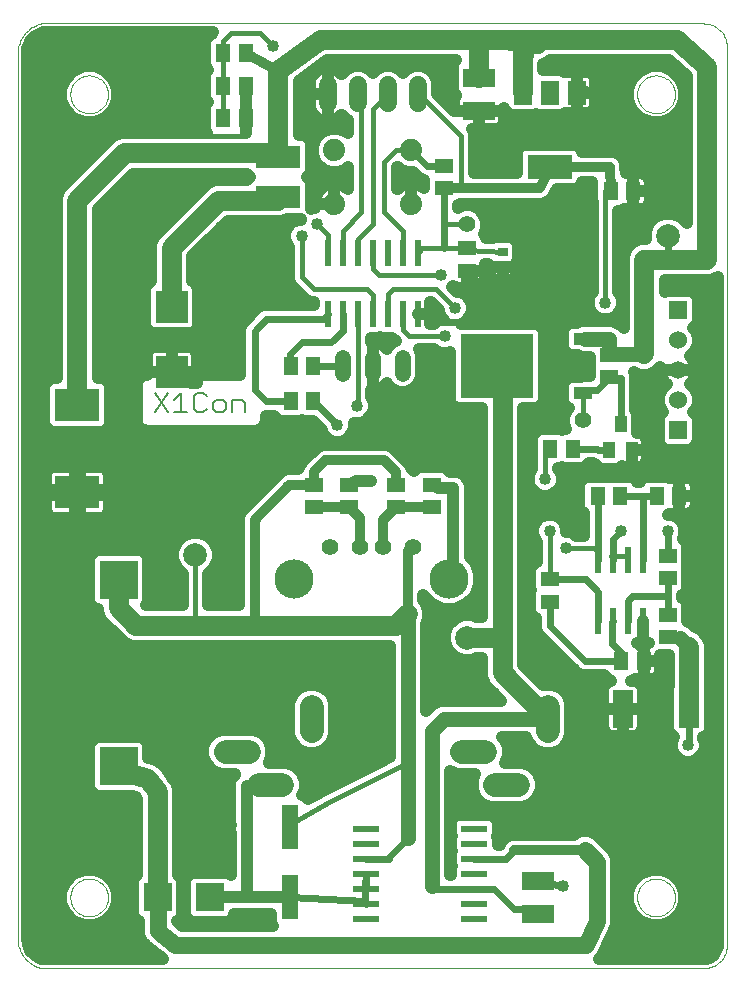
<source format=gtl>
G75*
G70*
%OFA0B0*%
%FSLAX24Y24*%
%IPPOS*%
%LPD*%
%AMOC8*
5,1,8,0,0,1.08239X$1,22.5*
%
%ADD10C,0.0000*%
%ADD11C,0.0060*%
%ADD12C,0.0787*%
%ADD13C,0.1306*%
%ADD14C,0.0554*%
%ADD15C,0.0520*%
%ADD16R,0.0600X0.0600*%
%ADD17C,0.0600*%
%ADD18R,0.1063X0.1063*%
%ADD19R,0.0591X0.0512*%
%ADD20R,0.0512X0.0591*%
%ADD21C,0.0740*%
%ADD22R,0.1500X0.0760*%
%ADD23R,0.0236X0.0866*%
%ADD24R,0.0866X0.0236*%
%ADD25R,0.1063X0.0630*%
%ADD26R,0.0551X0.1496*%
%ADD27R,0.1260X0.1260*%
%ADD28R,0.2441X0.2126*%
%ADD29R,0.0630X0.0394*%
%ADD30R,0.0394X0.0551*%
%ADD31R,0.0709X0.1260*%
%ADD32C,0.0600*%
%ADD33R,0.0591X0.0787*%
%ADD34R,0.1496X0.0787*%
%ADD35R,0.1496X0.1102*%
%ADD36R,0.0945X0.0945*%
%ADD37R,0.0354X0.0276*%
%ADD38C,0.0787*%
%ADD39C,0.0551*%
%ADD40C,0.0160*%
%ADD41C,0.0240*%
%ADD42C,0.0320*%
%ADD43C,0.0150*%
%ADD44C,0.0400*%
%ADD45C,0.0400*%
%ADD46C,0.0500*%
%ADD47C,0.0660*%
%ADD48C,0.0560*%
D10*
X015719Y008027D02*
X015719Y037160D01*
X015718Y037160D02*
X015708Y037220D01*
X015702Y037280D01*
X015699Y037341D01*
X015700Y037401D01*
X015704Y037462D01*
X015713Y037522D01*
X015724Y037581D01*
X015740Y037640D01*
X015759Y037698D01*
X015781Y037754D01*
X015807Y037809D01*
X015836Y037862D01*
X015868Y037914D01*
X015903Y037963D01*
X015941Y038011D01*
X015982Y038055D01*
X016025Y038098D01*
X016071Y038137D01*
X016119Y038174D01*
X016170Y038208D01*
X016222Y038238D01*
X016276Y038266D01*
X016332Y038290D01*
X016389Y038311D01*
X016447Y038328D01*
X016506Y038342D01*
X038553Y038342D01*
X038553Y038341D02*
X038607Y038339D01*
X038660Y038334D01*
X038713Y038325D01*
X038765Y038312D01*
X038817Y038296D01*
X038867Y038276D01*
X038915Y038253D01*
X038962Y038226D01*
X039007Y038197D01*
X039050Y038164D01*
X039090Y038129D01*
X039128Y038091D01*
X039163Y038051D01*
X039196Y038008D01*
X039225Y037963D01*
X039252Y037916D01*
X039275Y037868D01*
X039295Y037818D01*
X039311Y037766D01*
X039324Y037714D01*
X039333Y037661D01*
X039338Y037608D01*
X039340Y037554D01*
X039341Y037554D02*
X039341Y007633D01*
X039340Y007633D02*
X039338Y007579D01*
X039333Y007526D01*
X039324Y007473D01*
X039311Y007421D01*
X039295Y007369D01*
X039275Y007319D01*
X039252Y007271D01*
X039225Y007224D01*
X039196Y007179D01*
X039163Y007136D01*
X039128Y007096D01*
X039090Y007058D01*
X039050Y007023D01*
X039007Y006990D01*
X038962Y006961D01*
X038915Y006934D01*
X038867Y006911D01*
X038817Y006891D01*
X038765Y006875D01*
X038713Y006862D01*
X038660Y006853D01*
X038607Y006848D01*
X038553Y006846D01*
X016506Y006846D01*
X016506Y006845D02*
X016447Y006859D01*
X016389Y006876D01*
X016332Y006897D01*
X016276Y006921D01*
X016222Y006949D01*
X016170Y006979D01*
X016119Y007013D01*
X016071Y007050D01*
X016025Y007089D01*
X015982Y007132D01*
X015941Y007176D01*
X015903Y007224D01*
X015868Y007273D01*
X015836Y007325D01*
X015807Y007378D01*
X015781Y007433D01*
X015759Y007489D01*
X015740Y007547D01*
X015724Y007606D01*
X015713Y007665D01*
X015704Y007725D01*
X015700Y007786D01*
X015699Y007846D01*
X015702Y007907D01*
X015708Y007967D01*
X015718Y008027D01*
X017451Y009208D02*
X017453Y009258D01*
X017459Y009308D01*
X017469Y009357D01*
X017483Y009405D01*
X017500Y009452D01*
X017521Y009497D01*
X017546Y009541D01*
X017574Y009582D01*
X017606Y009621D01*
X017640Y009658D01*
X017677Y009692D01*
X017717Y009722D01*
X017759Y009749D01*
X017803Y009773D01*
X017849Y009794D01*
X017896Y009810D01*
X017944Y009823D01*
X017994Y009832D01*
X018043Y009837D01*
X018094Y009838D01*
X018144Y009835D01*
X018193Y009828D01*
X018242Y009817D01*
X018290Y009802D01*
X018336Y009784D01*
X018381Y009762D01*
X018424Y009736D01*
X018465Y009707D01*
X018504Y009675D01*
X018540Y009640D01*
X018572Y009602D01*
X018602Y009562D01*
X018629Y009519D01*
X018652Y009475D01*
X018671Y009429D01*
X018687Y009381D01*
X018699Y009332D01*
X018707Y009283D01*
X018711Y009233D01*
X018711Y009183D01*
X018707Y009133D01*
X018699Y009084D01*
X018687Y009035D01*
X018671Y008987D01*
X018652Y008941D01*
X018629Y008897D01*
X018602Y008854D01*
X018572Y008814D01*
X018540Y008776D01*
X018504Y008741D01*
X018465Y008709D01*
X018424Y008680D01*
X018381Y008654D01*
X018336Y008632D01*
X018290Y008614D01*
X018242Y008599D01*
X018193Y008588D01*
X018144Y008581D01*
X018094Y008578D01*
X018043Y008579D01*
X017994Y008584D01*
X017944Y008593D01*
X017896Y008606D01*
X017849Y008622D01*
X017803Y008643D01*
X017759Y008667D01*
X017717Y008694D01*
X017677Y008724D01*
X017640Y008758D01*
X017606Y008795D01*
X017574Y008834D01*
X017546Y008875D01*
X017521Y008919D01*
X017500Y008964D01*
X017483Y009011D01*
X017469Y009059D01*
X017459Y009108D01*
X017453Y009158D01*
X017451Y009208D01*
X036349Y009208D02*
X036351Y009258D01*
X036357Y009308D01*
X036367Y009357D01*
X036381Y009405D01*
X036398Y009452D01*
X036419Y009497D01*
X036444Y009541D01*
X036472Y009582D01*
X036504Y009621D01*
X036538Y009658D01*
X036575Y009692D01*
X036615Y009722D01*
X036657Y009749D01*
X036701Y009773D01*
X036747Y009794D01*
X036794Y009810D01*
X036842Y009823D01*
X036892Y009832D01*
X036941Y009837D01*
X036992Y009838D01*
X037042Y009835D01*
X037091Y009828D01*
X037140Y009817D01*
X037188Y009802D01*
X037234Y009784D01*
X037279Y009762D01*
X037322Y009736D01*
X037363Y009707D01*
X037402Y009675D01*
X037438Y009640D01*
X037470Y009602D01*
X037500Y009562D01*
X037527Y009519D01*
X037550Y009475D01*
X037569Y009429D01*
X037585Y009381D01*
X037597Y009332D01*
X037605Y009283D01*
X037609Y009233D01*
X037609Y009183D01*
X037605Y009133D01*
X037597Y009084D01*
X037585Y009035D01*
X037569Y008987D01*
X037550Y008941D01*
X037527Y008897D01*
X037500Y008854D01*
X037470Y008814D01*
X037438Y008776D01*
X037402Y008741D01*
X037363Y008709D01*
X037322Y008680D01*
X037279Y008654D01*
X037234Y008632D01*
X037188Y008614D01*
X037140Y008599D01*
X037091Y008588D01*
X037042Y008581D01*
X036992Y008578D01*
X036941Y008579D01*
X036892Y008584D01*
X036842Y008593D01*
X036794Y008606D01*
X036747Y008622D01*
X036701Y008643D01*
X036657Y008667D01*
X036615Y008694D01*
X036575Y008724D01*
X036538Y008758D01*
X036504Y008795D01*
X036472Y008834D01*
X036444Y008875D01*
X036419Y008919D01*
X036398Y008964D01*
X036381Y009011D01*
X036367Y009059D01*
X036357Y009108D01*
X036351Y009158D01*
X036349Y009208D01*
X036349Y035979D02*
X036351Y036029D01*
X036357Y036079D01*
X036367Y036128D01*
X036381Y036176D01*
X036398Y036223D01*
X036419Y036268D01*
X036444Y036312D01*
X036472Y036353D01*
X036504Y036392D01*
X036538Y036429D01*
X036575Y036463D01*
X036615Y036493D01*
X036657Y036520D01*
X036701Y036544D01*
X036747Y036565D01*
X036794Y036581D01*
X036842Y036594D01*
X036892Y036603D01*
X036941Y036608D01*
X036992Y036609D01*
X037042Y036606D01*
X037091Y036599D01*
X037140Y036588D01*
X037188Y036573D01*
X037234Y036555D01*
X037279Y036533D01*
X037322Y036507D01*
X037363Y036478D01*
X037402Y036446D01*
X037438Y036411D01*
X037470Y036373D01*
X037500Y036333D01*
X037527Y036290D01*
X037550Y036246D01*
X037569Y036200D01*
X037585Y036152D01*
X037597Y036103D01*
X037605Y036054D01*
X037609Y036004D01*
X037609Y035954D01*
X037605Y035904D01*
X037597Y035855D01*
X037585Y035806D01*
X037569Y035758D01*
X037550Y035712D01*
X037527Y035668D01*
X037500Y035625D01*
X037470Y035585D01*
X037438Y035547D01*
X037402Y035512D01*
X037363Y035480D01*
X037322Y035451D01*
X037279Y035425D01*
X037234Y035403D01*
X037188Y035385D01*
X037140Y035370D01*
X037091Y035359D01*
X037042Y035352D01*
X036992Y035349D01*
X036941Y035350D01*
X036892Y035355D01*
X036842Y035364D01*
X036794Y035377D01*
X036747Y035393D01*
X036701Y035414D01*
X036657Y035438D01*
X036615Y035465D01*
X036575Y035495D01*
X036538Y035529D01*
X036504Y035566D01*
X036472Y035605D01*
X036444Y035646D01*
X036419Y035690D01*
X036398Y035735D01*
X036381Y035782D01*
X036367Y035830D01*
X036357Y035879D01*
X036351Y035929D01*
X036349Y035979D01*
X017451Y035979D02*
X017453Y036029D01*
X017459Y036079D01*
X017469Y036128D01*
X017483Y036176D01*
X017500Y036223D01*
X017521Y036268D01*
X017546Y036312D01*
X017574Y036353D01*
X017606Y036392D01*
X017640Y036429D01*
X017677Y036463D01*
X017717Y036493D01*
X017759Y036520D01*
X017803Y036544D01*
X017849Y036565D01*
X017896Y036581D01*
X017944Y036594D01*
X017994Y036603D01*
X018043Y036608D01*
X018094Y036609D01*
X018144Y036606D01*
X018193Y036599D01*
X018242Y036588D01*
X018290Y036573D01*
X018336Y036555D01*
X018381Y036533D01*
X018424Y036507D01*
X018465Y036478D01*
X018504Y036446D01*
X018540Y036411D01*
X018572Y036373D01*
X018602Y036333D01*
X018629Y036290D01*
X018652Y036246D01*
X018671Y036200D01*
X018687Y036152D01*
X018699Y036103D01*
X018707Y036054D01*
X018711Y036004D01*
X018711Y035954D01*
X018707Y035904D01*
X018699Y035855D01*
X018687Y035806D01*
X018671Y035758D01*
X018652Y035712D01*
X018629Y035668D01*
X018602Y035625D01*
X018572Y035585D01*
X018540Y035547D01*
X018504Y035512D01*
X018465Y035480D01*
X018424Y035451D01*
X018381Y035425D01*
X018336Y035403D01*
X018290Y035385D01*
X018242Y035370D01*
X018193Y035359D01*
X018144Y035352D01*
X018094Y035349D01*
X018043Y035350D01*
X017994Y035355D01*
X017944Y035364D01*
X017896Y035377D01*
X017849Y035393D01*
X017803Y035414D01*
X017759Y035438D01*
X017717Y035465D01*
X017677Y035495D01*
X017640Y035529D01*
X017606Y035566D01*
X017574Y035605D01*
X017546Y035646D01*
X017521Y035690D01*
X017500Y035735D01*
X017483Y035782D01*
X017469Y035830D01*
X017459Y035879D01*
X017453Y035929D01*
X017451Y035979D01*
D11*
X020276Y026020D02*
X020703Y025379D01*
X020921Y025379D02*
X021348Y025379D01*
X021134Y025379D02*
X021134Y026020D01*
X020921Y025807D01*
X020703Y026020D02*
X020276Y025379D01*
X021565Y025486D02*
X021672Y025379D01*
X021886Y025379D01*
X021992Y025486D01*
X022210Y025486D02*
X022317Y025379D01*
X022530Y025379D01*
X022637Y025486D01*
X022637Y025700D01*
X022530Y025807D01*
X022317Y025807D01*
X022210Y025700D01*
X022210Y025486D01*
X021992Y025913D02*
X021886Y026020D01*
X021672Y026020D01*
X021565Y025913D01*
X021565Y025486D01*
X022855Y025379D02*
X022855Y025807D01*
X023175Y025807D01*
X023282Y025700D01*
X023282Y025379D01*
D12*
X025500Y015558D02*
X025500Y014771D01*
X024516Y012960D02*
X023729Y012960D01*
X023414Y014062D02*
X022626Y014062D01*
X030500Y014062D02*
X031288Y014062D01*
X031603Y012960D02*
X032390Y012960D01*
X033374Y014771D02*
X033374Y015558D01*
D13*
X030077Y019834D03*
X024904Y019834D03*
D14*
X026112Y020901D03*
X027097Y020901D03*
X027884Y020901D03*
X028868Y020901D03*
D15*
X028530Y026664D02*
X028530Y027184D01*
X027530Y027184D02*
X027530Y026664D01*
X026530Y026664D02*
X026530Y027184D01*
D16*
X037715Y028790D03*
X037715Y024790D03*
D17*
X037715Y025790D03*
X037715Y026790D03*
X037715Y027790D03*
D18*
X020837Y026727D03*
X020837Y028893D03*
D19*
X025561Y022968D03*
X025561Y022220D03*
X026742Y022220D03*
X026742Y022968D03*
X028317Y022968D03*
X028317Y022220D03*
X029498Y022220D03*
X029498Y022968D03*
X033435Y019818D03*
X033435Y019070D03*
X037372Y018637D03*
X037372Y017889D03*
X037372Y019857D03*
X037372Y020605D03*
X035404Y026550D03*
X035404Y027298D03*
X030679Y030094D03*
X030679Y030842D03*
X029892Y032849D03*
X029892Y033598D03*
D20*
X035463Y032751D03*
X036211Y032751D03*
X034203Y024168D03*
X033455Y024168D03*
X035030Y022594D03*
X035778Y022594D03*
X036998Y022594D03*
X037746Y022594D03*
X036565Y017082D03*
X035817Y017082D03*
X025542Y025743D03*
X024794Y025743D03*
X024794Y026924D03*
X025542Y026924D03*
X023298Y035192D03*
X022549Y035192D03*
X022549Y036255D03*
X023298Y036255D03*
X023298Y037357D03*
X022549Y037357D03*
D21*
X026250Y034113D03*
X026250Y032333D03*
X028810Y032333D03*
X028810Y034113D03*
D22*
X024380Y033893D03*
X024380Y032554D03*
D23*
X026030Y030704D03*
X026530Y030704D03*
X027030Y030704D03*
X027530Y030704D03*
X028030Y030704D03*
X028530Y030704D03*
X029030Y030704D03*
X029030Y028657D03*
X028530Y028657D03*
X028030Y028657D03*
X027530Y028657D03*
X027030Y028657D03*
X026530Y028657D03*
X026030Y028657D03*
X035048Y020468D03*
X035548Y020468D03*
X036048Y020468D03*
X036548Y020468D03*
X036548Y018420D03*
X036048Y018420D03*
X035548Y018420D03*
X035048Y018420D03*
D24*
X030916Y011495D03*
X030916Y010995D03*
X030916Y010495D03*
X030916Y009995D03*
X030916Y009495D03*
X030916Y008995D03*
X030916Y008495D03*
X027294Y008495D03*
X027294Y008995D03*
X027294Y009495D03*
X027294Y009995D03*
X027294Y010495D03*
X027294Y010995D03*
X027294Y011495D03*
D25*
X033042Y009759D03*
X033042Y008657D03*
X031073Y035428D03*
X031073Y036531D03*
D26*
X024774Y011570D03*
X024774Y009208D03*
D27*
X019065Y013578D03*
X019065Y019798D03*
D28*
X031664Y026924D03*
D29*
X034538Y026027D03*
X034538Y027822D03*
D30*
X035798Y024995D03*
X036172Y024129D03*
X035423Y024129D03*
D31*
X035876Y015507D03*
X038081Y015507D03*
D32*
X029030Y035679D02*
X029030Y036279D01*
X028030Y036279D02*
X028030Y035679D01*
X027030Y035679D02*
X027030Y036279D01*
X026030Y036279D02*
X026030Y035679D01*
D33*
X032530Y036038D03*
X033435Y036038D03*
X034341Y036038D03*
D34*
X033435Y033558D03*
D35*
X017687Y025625D03*
X017687Y022712D03*
D36*
X020364Y009208D03*
X022097Y009208D03*
D37*
X031860Y030212D03*
X031860Y030723D03*
D38*
X037372Y031255D03*
X030679Y017869D03*
X021624Y020625D03*
D39*
X030679Y031649D03*
X034538Y025113D03*
D40*
X034538Y026027D01*
X033455Y024168D02*
X033278Y023991D01*
X033278Y023145D01*
X033435Y021412D02*
X033435Y019818D01*
X027018Y025586D02*
X027030Y025991D01*
X027030Y028657D01*
X027530Y028657D02*
X027530Y029286D01*
X027333Y029483D01*
X025561Y029483D01*
X025168Y029877D01*
X025168Y031255D01*
X025679Y031649D02*
X026030Y031298D01*
X026030Y030704D01*
X026530Y030704D02*
X026530Y031436D01*
X027136Y032042D01*
X027136Y035873D01*
X027030Y035979D01*
X027530Y035479D02*
X028030Y035979D01*
X027530Y035479D02*
X027530Y031649D01*
X027030Y031149D01*
X027030Y030704D01*
X027530Y030704D02*
X027530Y030153D01*
X027727Y029956D01*
X029813Y029956D01*
X029656Y029483D02*
X030286Y028853D01*
X029656Y029483D02*
X028199Y029483D01*
X028030Y029314D01*
X028030Y028657D01*
X028530Y028657D02*
X028530Y028129D01*
X028750Y027909D01*
X029931Y027909D01*
X029030Y030704D02*
X029187Y030861D01*
X029892Y030861D01*
X030679Y030861D01*
X030679Y030842D01*
X030719Y030802D01*
X031860Y030723D01*
X030679Y031649D02*
X029892Y031649D01*
X028530Y031436D02*
X028530Y030704D01*
X028530Y031436D02*
X027923Y032042D01*
X027923Y033720D01*
X028317Y034113D01*
X028810Y034113D01*
X024223Y037594D02*
X023790Y038027D01*
X022805Y038027D01*
X022549Y037771D01*
X022549Y037357D01*
X022549Y036255D01*
X022549Y035192D01*
X023160Y034601D02*
X020443Y034601D01*
X019971Y035074D01*
X023160Y034601D02*
X023298Y034739D01*
X023298Y036255D01*
X021624Y020625D02*
X021624Y018263D01*
D41*
X026349Y024956D02*
X025561Y025743D01*
X025542Y025743D01*
X024794Y025743D02*
X023986Y025743D01*
X023593Y026137D01*
X023593Y028105D01*
X023986Y028499D01*
X025872Y028499D01*
X026030Y028657D01*
X026530Y028657D02*
X026530Y028090D01*
X026152Y027712D01*
X025168Y027712D01*
X024774Y027318D01*
X024774Y026944D01*
X024794Y026924D01*
X025542Y026924D02*
X026530Y026924D01*
X029030Y028657D02*
X029735Y028657D01*
X029892Y028499D01*
X029892Y028460D01*
X029971Y028381D01*
X031309Y028381D01*
X031309Y029464D01*
X030679Y030094D01*
X029892Y030861D02*
X029892Y031649D01*
X029892Y032849D01*
X029892Y033598D02*
X029326Y033598D01*
X028810Y034113D01*
X032648Y031649D02*
X033042Y031649D01*
X034538Y027822D02*
X034609Y027830D01*
X035404Y027357D02*
X035404Y027298D01*
X035423Y027318D01*
X035404Y026550D02*
X035404Y026531D01*
X035798Y026531D01*
X035798Y024995D01*
X035423Y024129D02*
X035049Y024129D01*
X035010Y024168D01*
X034203Y024168D01*
X035030Y022594D02*
X035030Y020485D01*
X035048Y020468D01*
X035548Y020468D02*
X035548Y021162D01*
X035798Y021412D01*
X036548Y020468D02*
X036548Y022556D01*
X036585Y022594D01*
X035778Y022594D01*
X036585Y022594D02*
X036998Y022594D01*
X037372Y021412D02*
X037372Y020605D01*
X037372Y019857D02*
X037372Y019247D01*
X036191Y019247D01*
X036048Y019103D01*
X036048Y018420D01*
X035548Y018420D02*
X035522Y018395D01*
X035522Y017672D01*
X035817Y017377D01*
X035817Y017082D01*
X034616Y017082D01*
X033435Y018263D01*
X033435Y019070D01*
X033435Y019818D02*
X034636Y019818D01*
X035048Y019407D01*
X035048Y018420D01*
X037372Y018637D02*
X037372Y019247D01*
X037372Y017889D02*
X037392Y017869D01*
X037766Y017869D01*
X038081Y015507D02*
X038081Y014326D01*
X038042Y014286D01*
X033868Y009601D02*
X033849Y009582D01*
X033042Y009759D01*
X033022Y008814D02*
X032254Y008814D01*
X031573Y009495D01*
X030916Y009495D01*
X030392Y009495D01*
X029498Y009495D01*
X029498Y009601D01*
X030916Y010495D02*
X031967Y010495D01*
X032254Y010783D01*
X033022Y008814D02*
X033042Y008657D01*
X028711Y011176D02*
X028081Y010546D01*
X028081Y010507D01*
X028069Y010495D01*
X027294Y010495D01*
X027294Y009995D02*
X027294Y009546D01*
X027266Y009747D01*
X027270Y009326D01*
X027290Y009074D01*
X024774Y009208D01*
X027290Y009074D02*
X027294Y008995D01*
X027294Y009495D02*
X027266Y009747D01*
X034538Y026027D02*
X034648Y026137D01*
X035010Y026137D01*
X035404Y026531D01*
X036467Y027318D02*
X036585Y027436D01*
X036585Y027318D02*
X036467Y027318D01*
X037372Y030468D02*
X037372Y031255D01*
D42*
X035463Y032751D02*
X035443Y033558D01*
X033435Y033558D01*
X033120Y032849D01*
X030469Y032849D01*
X029892Y032849D01*
X024380Y036767D02*
X023357Y037318D01*
X023298Y037357D01*
X025955Y023775D02*
X025561Y023381D01*
X025561Y022968D01*
X024754Y022968D01*
X023593Y021806D01*
X023593Y018263D01*
X027097Y020901D02*
X027097Y021865D01*
X026742Y022220D01*
X025561Y022220D01*
X025955Y023775D02*
X027923Y023775D01*
X028317Y023381D01*
X028317Y022968D01*
X028317Y022220D02*
X029498Y022220D01*
X028317Y022220D02*
X027884Y021786D01*
X027884Y020901D01*
X028711Y020743D02*
X028868Y020901D01*
X028711Y020743D02*
X028711Y018657D01*
X032254Y010783D02*
X034616Y010783D01*
D43*
X028711Y013596D02*
X028469Y013596D01*
X026075Y012383D01*
X024894Y011739D01*
X024825Y011670D01*
X024774Y011570D01*
X033969Y020846D02*
X034969Y020846D01*
X035048Y020468D01*
X035469Y020596D02*
X035548Y020468D01*
X035469Y020596D02*
X035969Y020596D01*
X036048Y020468D01*
X035288Y029038D02*
X035286Y030535D01*
X035286Y032279D01*
X035288Y032743D01*
X035463Y032751D01*
X030469Y032846D02*
X030469Y032849D01*
X030469Y034596D01*
X029219Y035846D01*
X029030Y035979D01*
D44*
X025679Y031649D03*
X025168Y031255D03*
X029813Y029956D03*
X030286Y028853D03*
X029931Y027909D03*
X027018Y025586D03*
X026349Y024956D03*
X027469Y023096D03*
X033278Y023145D03*
X033435Y021412D03*
X033969Y020846D03*
X035798Y021412D03*
X037372Y021412D03*
X038042Y014286D03*
X033868Y009601D03*
X035288Y029038D03*
X032648Y031649D03*
X024223Y037594D03*
D45*
X025060Y036419D02*
X026017Y037110D01*
X030312Y037110D01*
X030245Y037044D01*
X030192Y036915D01*
X030192Y036146D01*
X030245Y036017D01*
X030318Y035944D01*
X030309Y035934D01*
X030276Y035885D01*
X030253Y035831D01*
X030242Y035773D01*
X030242Y035428D01*
X030242Y035424D01*
X029680Y035986D01*
X029680Y036409D01*
X029581Y036648D01*
X029398Y036830D01*
X029159Y036929D01*
X028900Y036929D01*
X028662Y036830D01*
X028530Y036699D01*
X028398Y036830D01*
X028159Y036929D01*
X027900Y036929D01*
X027662Y036830D01*
X027530Y036699D01*
X027398Y036830D01*
X027159Y036929D01*
X026900Y036929D01*
X026662Y036830D01*
X026493Y036662D01*
X026487Y036670D01*
X026421Y036737D01*
X026344Y036793D01*
X026260Y036835D01*
X026170Y036865D01*
X026077Y036879D01*
X026030Y036879D01*
X026030Y035979D01*
X026030Y035079D01*
X026077Y035079D01*
X026170Y035094D01*
X026260Y035123D01*
X026344Y035166D01*
X026421Y035222D01*
X026487Y035289D01*
X026493Y035297D01*
X026662Y035128D01*
X026706Y035110D01*
X026706Y034675D01*
X026658Y034724D01*
X026393Y034833D01*
X026107Y034833D01*
X025842Y034724D01*
X025639Y034521D01*
X025530Y034257D01*
X025530Y033970D01*
X025639Y033706D01*
X025842Y033503D01*
X026107Y033393D01*
X026393Y033393D01*
X026658Y033503D01*
X026706Y033552D01*
X026706Y032825D01*
X026692Y032838D01*
X026623Y032892D01*
X026547Y032936D01*
X026466Y032969D01*
X026381Y032992D01*
X026294Y033003D01*
X026250Y033003D01*
X026250Y032334D01*
X026250Y032334D01*
X026250Y033003D01*
X026206Y033003D01*
X026119Y032992D01*
X026034Y032969D01*
X025953Y032936D01*
X025877Y032892D01*
X025807Y032838D01*
X025745Y032776D01*
X025692Y032707D01*
X025648Y032630D01*
X025614Y032549D01*
X025591Y032464D01*
X025580Y032377D01*
X025580Y032333D01*
X025580Y032290D01*
X025591Y032203D01*
X025592Y032199D01*
X025570Y032199D01*
X025480Y032161D01*
X025480Y033004D01*
X025427Y033132D01*
X025336Y033223D01*
X025427Y033315D01*
X025480Y033443D01*
X025480Y034342D01*
X025565Y034342D01*
X025480Y034342D02*
X025427Y034471D01*
X025328Y034569D01*
X025200Y034623D01*
X025060Y034623D01*
X025060Y036419D01*
X025060Y036335D02*
X025431Y036335D01*
X025430Y036327D02*
X025430Y035979D01*
X025430Y035632D01*
X025445Y035539D01*
X025474Y035449D01*
X025517Y035365D01*
X025572Y035289D01*
X025639Y035222D01*
X025715Y035166D01*
X025799Y035123D01*
X025889Y035094D01*
X025983Y035079D01*
X026030Y035079D01*
X026030Y035979D01*
X026030Y035979D01*
X025430Y035979D01*
X026030Y035979D01*
X026030Y035979D01*
X026030Y035979D01*
X026030Y036879D01*
X025983Y036879D01*
X025889Y036865D01*
X025799Y036835D01*
X025715Y036793D01*
X025639Y036737D01*
X025572Y036670D01*
X025517Y036594D01*
X025474Y036510D01*
X025445Y036420D01*
X025430Y036327D01*
X025430Y035936D02*
X025060Y035936D01*
X025060Y035538D02*
X025445Y035538D01*
X025769Y035139D02*
X025060Y035139D01*
X025060Y034741D02*
X025882Y034741D01*
X026030Y035139D02*
X026030Y035139D01*
X026291Y035139D02*
X026651Y035139D01*
X026617Y034741D02*
X026706Y034741D01*
X026030Y035538D02*
X026030Y035538D01*
X026030Y035936D02*
X026030Y035936D01*
X026030Y036335D02*
X026030Y036335D01*
X026030Y036733D02*
X026030Y036733D01*
X026425Y036733D02*
X026564Y036733D01*
X025635Y036733D02*
X025495Y036733D01*
X027495Y036733D02*
X027564Y036733D01*
X028495Y036733D02*
X028564Y036733D01*
X029495Y036733D02*
X030192Y036733D01*
X030192Y036335D02*
X029680Y036335D01*
X029729Y035936D02*
X030310Y035936D01*
X030242Y035538D02*
X030128Y035538D01*
X030242Y035428D02*
X031073Y035428D01*
X031073Y035428D01*
X031073Y034813D01*
X030839Y034813D01*
X030894Y034680D01*
X030894Y033359D01*
X032337Y033359D01*
X032337Y034021D01*
X032391Y034150D01*
X032489Y034249D01*
X032618Y034302D01*
X034253Y034302D01*
X034382Y034249D01*
X034480Y034150D01*
X034514Y034068D01*
X035437Y034068D01*
X035532Y034070D01*
X035538Y034068D01*
X035545Y034068D01*
X035633Y034032D01*
X035721Y033997D01*
X035726Y033993D01*
X035732Y033990D01*
X035799Y033923D01*
X035868Y033857D01*
X035871Y033852D01*
X035876Y033847D01*
X035912Y033759D01*
X035951Y033672D01*
X035951Y033666D01*
X035953Y033660D01*
X035953Y033564D01*
X035958Y033346D01*
X036211Y033346D01*
X036211Y032751D01*
X036211Y032751D01*
X036767Y032751D01*
X036767Y032426D01*
X036755Y032368D01*
X036733Y032314D01*
X036700Y032265D01*
X036658Y032223D01*
X036609Y032190D01*
X036554Y032167D01*
X036496Y032156D01*
X036211Y032156D01*
X036211Y032751D01*
X036211Y032751D01*
X036767Y032751D01*
X036767Y033076D01*
X036755Y033134D01*
X036733Y033188D01*
X036700Y033238D01*
X036658Y033279D01*
X036609Y033312D01*
X036554Y033335D01*
X036496Y033346D01*
X036211Y033346D01*
X036211Y032751D01*
X036211Y032751D01*
X036211Y032156D01*
X035925Y032156D01*
X035914Y032158D01*
X035788Y032106D01*
X035711Y032106D01*
X035711Y030535D01*
X035712Y029392D01*
X035754Y029350D01*
X035838Y029148D01*
X035838Y028929D01*
X035754Y028727D01*
X035599Y028572D01*
X035397Y028488D01*
X035178Y028488D01*
X034976Y028572D01*
X034821Y028727D01*
X034738Y028929D01*
X034738Y029148D01*
X034821Y029350D01*
X034862Y029391D01*
X034861Y030450D01*
X034861Y030450D01*
X034861Y030534D01*
X034861Y030618D01*
X034861Y030619D01*
X034861Y032195D01*
X034860Y032196D01*
X034861Y032280D01*
X034861Y032363D01*
X034861Y032364D01*
X034861Y032376D01*
X034857Y032386D01*
X034857Y033048D01*
X034514Y033048D01*
X034480Y032966D01*
X034382Y032868D01*
X034253Y032814D01*
X033663Y032814D01*
X033589Y032648D01*
X033553Y032561D01*
X033548Y032556D01*
X033545Y032550D01*
X033476Y032484D01*
X033409Y032417D01*
X033403Y032415D01*
X033398Y032410D01*
X033310Y032376D01*
X033222Y032339D01*
X033215Y032339D01*
X033209Y032337D01*
X033114Y032339D01*
X030428Y032339D01*
X030386Y032297D01*
X030362Y032287D01*
X030362Y032194D01*
X030555Y032274D01*
X030804Y032274D01*
X031034Y032179D01*
X031210Y032003D01*
X031305Y031773D01*
X031305Y031524D01*
X031228Y031339D01*
X031271Y031296D01*
X031314Y031192D01*
X031531Y031177D01*
X031614Y031211D01*
X032107Y031211D01*
X032236Y031158D01*
X032334Y031060D01*
X032388Y030931D01*
X032388Y030516D01*
X032335Y030390D01*
X032338Y030379D01*
X032338Y030212D01*
X031861Y030212D01*
X031861Y030212D01*
X032338Y030212D01*
X032338Y030044D01*
X032326Y029986D01*
X032304Y029932D01*
X032271Y029883D01*
X032229Y029841D01*
X032180Y029808D01*
X032125Y029785D01*
X032067Y029774D01*
X031861Y029774D01*
X031861Y030212D01*
X031860Y030212D01*
X031860Y030212D01*
X031383Y030212D01*
X031383Y030325D01*
X031275Y030333D01*
X031275Y030094D01*
X030679Y030094D01*
X030679Y030094D01*
X030679Y030094D01*
X030679Y029538D01*
X030355Y029538D01*
X030297Y029549D01*
X030242Y029572D01*
X030221Y029586D01*
X030191Y029556D01*
X030344Y029403D01*
X030395Y029403D01*
X030597Y029320D01*
X030752Y029165D01*
X030836Y028963D01*
X030836Y028744D01*
X030752Y028542D01*
X030597Y028387D01*
X030477Y028337D01*
X032954Y028337D01*
X033082Y028284D01*
X033181Y028186D01*
X033234Y028057D01*
X033234Y025792D01*
X033181Y025663D01*
X033082Y025565D01*
X032954Y025511D01*
X032540Y025511D01*
X032540Y018004D01*
X032540Y016960D01*
X033207Y016294D01*
X033226Y016302D01*
X033522Y016302D01*
X033796Y016189D01*
X034005Y015979D01*
X034118Y015706D01*
X034118Y014623D01*
X034005Y014349D01*
X033796Y014140D01*
X033522Y014027D01*
X033226Y014027D01*
X032953Y014140D01*
X032744Y014349D01*
X032655Y014564D01*
X031837Y014564D01*
X031918Y014483D01*
X032031Y014210D01*
X032031Y013914D01*
X031944Y013703D01*
X032538Y013703D01*
X032811Y013590D01*
X033021Y013381D01*
X033134Y013108D01*
X033134Y012812D01*
X033021Y012538D01*
X032811Y012329D01*
X032538Y012216D01*
X031455Y012216D01*
X031181Y012329D01*
X030972Y012538D01*
X030859Y012812D01*
X030859Y013108D01*
X030946Y013318D01*
X030352Y013318D01*
X030098Y013424D01*
X030098Y009965D01*
X030133Y009965D01*
X030133Y010183D01*
X030158Y010245D01*
X030133Y010307D01*
X030133Y010683D01*
X030158Y010745D01*
X030133Y010807D01*
X030133Y011183D01*
X030158Y011245D01*
X030133Y011307D01*
X030133Y011683D01*
X030186Y011812D01*
X030284Y011910D01*
X030413Y011963D01*
X031418Y011963D01*
X031547Y011910D01*
X031645Y011812D01*
X031699Y011683D01*
X031699Y011307D01*
X031673Y011245D01*
X031699Y011183D01*
X031699Y010965D01*
X031772Y010965D01*
X031782Y010975D01*
X031822Y011071D01*
X031965Y011215D01*
X032153Y011293D01*
X034235Y011293D01*
X034260Y011317D01*
X034491Y011413D01*
X034742Y011413D01*
X034973Y011317D01*
X035367Y010923D01*
X035367Y010923D01*
X035544Y010746D01*
X035640Y010514D01*
X035640Y008536D01*
X035644Y008527D01*
X035640Y008411D01*
X035640Y008295D01*
X035636Y008286D01*
X035636Y008276D01*
X035589Y008170D01*
X035544Y008063D01*
X035537Y008057D01*
X035234Y007383D01*
X035190Y007276D01*
X035183Y007269D01*
X035179Y007260D01*
X035095Y007181D01*
X035059Y007146D01*
X038553Y007146D01*
X038630Y007152D01*
X038775Y007199D01*
X038898Y007288D01*
X038988Y007412D01*
X039035Y007557D01*
X039041Y007633D01*
X039041Y029885D01*
X038807Y029788D01*
X037265Y029788D01*
X037265Y029407D01*
X037345Y029440D01*
X038084Y029440D01*
X038213Y029387D01*
X038312Y029289D01*
X038365Y029160D01*
X038365Y028421D01*
X038312Y028292D01*
X038222Y028203D01*
X038266Y028159D01*
X038365Y027920D01*
X038365Y027661D01*
X038266Y027422D01*
X038098Y027254D01*
X038106Y027248D01*
X038172Y027181D01*
X038228Y027105D01*
X038271Y027021D01*
X038300Y026931D01*
X038315Y026838D01*
X038315Y026790D01*
X037715Y026790D01*
X037715Y026790D01*
X037115Y026790D01*
X037115Y026743D01*
X037130Y026650D01*
X037159Y026560D01*
X037202Y026476D01*
X037257Y026400D01*
X037324Y026333D01*
X037332Y026327D01*
X037164Y026159D01*
X037065Y025920D01*
X037065Y025661D01*
X037164Y025422D01*
X037208Y025378D01*
X037118Y025289D01*
X037065Y025160D01*
X037065Y024421D01*
X037118Y024292D01*
X037217Y024194D01*
X037345Y024140D01*
X038084Y024140D01*
X038213Y024194D01*
X038312Y024292D01*
X038365Y024421D01*
X038365Y025160D01*
X038312Y025289D01*
X038222Y025378D01*
X038266Y025422D01*
X038365Y025661D01*
X038365Y025920D01*
X038266Y026159D01*
X038098Y026327D01*
X038106Y026333D01*
X038172Y026400D01*
X038228Y026476D01*
X038271Y026560D01*
X038300Y026650D01*
X038315Y026743D01*
X038315Y026790D01*
X037715Y026790D01*
X037715Y026790D01*
X037115Y026790D01*
X037115Y026838D01*
X037124Y026895D01*
X036970Y026742D01*
X036720Y026638D01*
X036450Y026638D01*
X036257Y026718D01*
X036229Y026718D01*
X036268Y026624D01*
X036268Y025493D01*
X036291Y025469D01*
X036344Y025340D01*
X036344Y024705D01*
X036398Y024705D01*
X036456Y024693D01*
X036510Y024670D01*
X036560Y024638D01*
X036601Y024596D01*
X036634Y024547D01*
X036657Y024492D01*
X036668Y024434D01*
X036668Y024129D01*
X036172Y024129D01*
X036172Y024129D01*
X036668Y024129D01*
X036668Y023824D01*
X036657Y023766D01*
X036634Y023711D01*
X036601Y023662D01*
X036560Y023620D01*
X036510Y023588D01*
X036456Y023565D01*
X036398Y023553D01*
X036172Y023553D01*
X036172Y024129D01*
X036172Y024129D01*
X036172Y023553D01*
X035945Y023553D01*
X035887Y023565D01*
X035845Y023583D01*
X035844Y023583D01*
X035845Y023583D02*
X035819Y023557D01*
X035690Y023503D01*
X035157Y023503D01*
X035028Y023557D01*
X034930Y023655D01*
X034923Y023673D01*
X034861Y023698D01*
X034765Y023698D01*
X034756Y023675D01*
X034657Y023576D01*
X034529Y023523D01*
X033877Y023523D01*
X033829Y023543D01*
X033781Y023523D01*
X033708Y023523D01*
X033708Y023493D01*
X033744Y023456D01*
X033828Y023254D01*
X033828Y023035D01*
X033744Y022833D01*
X033589Y022678D01*
X033387Y022595D01*
X033168Y022595D01*
X032966Y022678D01*
X032812Y022833D01*
X032728Y023035D01*
X032728Y023254D01*
X032812Y023456D01*
X032848Y023493D01*
X032848Y024077D01*
X032849Y024080D01*
X032849Y024533D01*
X032902Y024662D01*
X033001Y024760D01*
X033129Y024814D01*
X033781Y024814D01*
X033829Y024794D01*
X033877Y024814D01*
X033985Y024814D01*
X033912Y024989D01*
X033912Y025238D01*
X034007Y025468D01*
X034059Y025519D01*
X034024Y025533D01*
X033926Y025632D01*
X033873Y025760D01*
X033873Y026293D01*
X033926Y026422D01*
X034024Y026520D01*
X034153Y026573D01*
X034474Y026573D01*
X034554Y026607D01*
X034759Y026607D01*
X034759Y026876D01*
X034779Y026924D01*
X034759Y026973D01*
X034759Y027230D01*
X034489Y027230D01*
X034380Y027275D01*
X034153Y027275D01*
X034024Y027328D01*
X033926Y027427D01*
X033873Y027555D01*
X033873Y028088D01*
X033926Y028217D01*
X034024Y028315D01*
X034153Y028369D01*
X034342Y028369D01*
X034489Y028430D01*
X035523Y028430D01*
X035744Y028338D01*
X035905Y028177D01*
X035905Y030603D01*
X036008Y030853D01*
X036200Y031044D01*
X036450Y031148D01*
X036629Y031148D01*
X036629Y031403D01*
X036742Y031676D01*
X036951Y031885D01*
X037224Y031999D01*
X037520Y031999D01*
X037794Y031885D01*
X037992Y031688D01*
X037992Y036587D01*
X037422Y037110D01*
X033441Y037110D01*
X033427Y037096D01*
X033210Y037006D01*
X033210Y036782D01*
X033800Y036782D01*
X033929Y036729D01*
X033943Y036714D01*
X033958Y036721D01*
X034016Y036732D01*
X034341Y036732D01*
X034341Y036038D01*
X034341Y035345D01*
X034666Y035345D01*
X034724Y035356D01*
X034778Y035379D01*
X034827Y035412D01*
X034869Y035454D01*
X034902Y035503D01*
X034925Y035557D01*
X034936Y035615D01*
X034936Y036038D01*
X034341Y036038D01*
X034341Y036038D01*
X034341Y036038D01*
X034341Y035345D01*
X034016Y035345D01*
X033958Y035356D01*
X033943Y035362D01*
X033929Y035348D01*
X033800Y035295D01*
X033070Y035295D01*
X032983Y035331D01*
X032895Y035295D01*
X032165Y035295D01*
X032036Y035348D01*
X031938Y035446D01*
X031905Y035527D01*
X031905Y035428D01*
X031073Y035428D01*
X030242Y035428D01*
X030969Y035346D02*
X031073Y035346D01*
X031073Y035428D02*
X031073Y034813D01*
X031634Y034813D01*
X031692Y034825D01*
X031747Y034847D01*
X031796Y034880D01*
X031838Y034922D01*
X031870Y034971D01*
X031893Y035026D01*
X031905Y035084D01*
X031905Y035428D01*
X031073Y035428D01*
X031073Y035428D01*
X031073Y035428D01*
X030969Y035346D01*
X031073Y035139D02*
X031073Y035139D01*
X030869Y034741D02*
X037992Y034741D01*
X037992Y035139D02*
X037380Y035139D01*
X037505Y035191D02*
X037767Y035453D01*
X037909Y035794D01*
X037909Y036164D01*
X037767Y036506D01*
X037505Y036768D01*
X037164Y036909D01*
X036794Y036909D01*
X036452Y036768D01*
X036190Y036506D01*
X036049Y036164D01*
X036049Y035794D01*
X036190Y035453D01*
X036452Y035191D01*
X036794Y035049D01*
X037164Y035049D01*
X037505Y035191D01*
X037802Y035538D02*
X037992Y035538D01*
X037992Y035936D02*
X037909Y035936D01*
X037838Y036335D02*
X037992Y036335D01*
X037832Y036733D02*
X037540Y036733D01*
X036417Y036733D02*
X033919Y036733D01*
X034341Y036732D02*
X034341Y036038D01*
X034575Y036096D01*
X034341Y036038D02*
X034936Y036038D01*
X034936Y036462D01*
X034925Y036520D01*
X034902Y036574D01*
X034869Y036623D01*
X034827Y036665D01*
X034778Y036698D01*
X034724Y036721D01*
X034666Y036732D01*
X034341Y036732D01*
X034341Y036335D02*
X034341Y036335D01*
X034341Y036038D02*
X034341Y036038D01*
X034341Y035936D02*
X034341Y035936D01*
X034341Y035538D02*
X034341Y035538D01*
X034916Y035538D02*
X036155Y035538D01*
X036049Y035936D02*
X034936Y035936D01*
X034936Y036335D02*
X036119Y036335D01*
X036577Y035139D02*
X031905Y035139D01*
X032337Y033944D02*
X030894Y033944D01*
X030894Y034342D02*
X037992Y034342D01*
X037992Y033944D02*
X035779Y033944D01*
X035954Y033545D02*
X037992Y033545D01*
X037992Y033147D02*
X036750Y033147D01*
X036767Y032748D02*
X037992Y032748D01*
X037992Y032350D02*
X036748Y032350D01*
X036211Y032350D02*
X036211Y032350D01*
X036211Y032748D02*
X036211Y032748D01*
X036211Y033147D02*
X036211Y033147D01*
X035711Y031951D02*
X037109Y031951D01*
X037635Y031951D02*
X037992Y031951D01*
X037719Y030596D02*
X038672Y030468D01*
X039041Y029560D02*
X037265Y029560D01*
X038364Y029162D02*
X039041Y029162D01*
X039041Y028763D02*
X038365Y028763D01*
X038342Y028365D02*
X039041Y028365D01*
X039041Y027966D02*
X038346Y027966D01*
X038326Y027568D02*
X039041Y027568D01*
X039041Y027169D02*
X038181Y027169D01*
X038315Y026771D02*
X039041Y026771D01*
X039041Y026372D02*
X038145Y026372D01*
X038343Y025974D02*
X039041Y025974D01*
X039041Y025575D02*
X038329Y025575D01*
X038358Y025177D02*
X039041Y025177D01*
X039041Y024778D02*
X038365Y024778D01*
X038348Y024380D02*
X039041Y024380D01*
X039041Y023981D02*
X036668Y023981D01*
X036668Y024380D02*
X037082Y024380D01*
X037065Y024778D02*
X036344Y024778D01*
X036344Y025177D02*
X037072Y025177D01*
X037100Y025575D02*
X036268Y025575D01*
X036268Y025974D02*
X037087Y025974D01*
X037285Y026372D02*
X036268Y026372D01*
X036999Y026771D02*
X037115Y026771D01*
X035905Y028365D02*
X035681Y028365D01*
X035769Y028763D02*
X035905Y028763D01*
X035905Y029162D02*
X035832Y029162D01*
X035905Y029560D02*
X035712Y029560D01*
X035711Y029959D02*
X035905Y029959D01*
X035905Y030357D02*
X035711Y030357D01*
X035711Y030756D02*
X035968Y030756D01*
X035711Y031154D02*
X036629Y031154D01*
X036691Y031553D02*
X035711Y031553D01*
X034861Y031553D02*
X031305Y031553D01*
X031231Y031951D02*
X034861Y031951D01*
X034861Y032350D02*
X033246Y032350D01*
X033633Y032748D02*
X034857Y032748D01*
X034861Y031154D02*
X032240Y031154D01*
X032388Y030756D02*
X034861Y030756D01*
X034861Y030357D02*
X032338Y030357D01*
X032315Y029959D02*
X034861Y029959D01*
X034862Y029560D02*
X031088Y029560D01*
X031062Y029549D02*
X031117Y029572D01*
X031166Y029605D01*
X031208Y029646D01*
X031241Y029696D01*
X031263Y029750D01*
X031275Y029808D01*
X031275Y030094D01*
X030679Y030094D01*
X030679Y029538D01*
X031004Y029538D01*
X031062Y029549D01*
X030679Y029560D02*
X030679Y029560D01*
X030679Y029959D02*
X030679Y029959D01*
X030270Y029560D02*
X030195Y029560D01*
X029478Y029053D02*
X029736Y028795D01*
X029736Y028744D01*
X029819Y028542D01*
X029903Y028459D01*
X029822Y028459D01*
X029620Y028375D01*
X029584Y028339D01*
X029448Y028339D01*
X029448Y028657D01*
X029448Y029053D01*
X029478Y029053D01*
X029448Y028763D02*
X029736Y028763D01*
X029448Y028657D02*
X029030Y028657D01*
X029030Y028657D01*
X029448Y028657D01*
X029448Y028365D02*
X029610Y028365D01*
X029584Y027479D02*
X029068Y027479D01*
X029140Y027306D01*
X029140Y026543D01*
X029047Y026319D01*
X028875Y026147D01*
X028651Y026054D01*
X028408Y026054D01*
X028184Y026147D01*
X028013Y026319D01*
X027998Y026355D01*
X027957Y026299D01*
X027895Y026237D01*
X027823Y026185D01*
X027745Y026145D01*
X027661Y026118D01*
X027574Y026104D01*
X027530Y026104D01*
X027530Y026924D01*
X027530Y026924D01*
X027530Y026104D01*
X027486Y026104D01*
X027460Y026108D01*
X027460Y026070D01*
X027462Y026064D01*
X027460Y025985D01*
X027460Y025922D01*
X027484Y025897D01*
X027568Y025695D01*
X027568Y025476D01*
X027484Y025274D01*
X027330Y025119D01*
X027127Y025036D01*
X026909Y025036D01*
X026899Y025040D01*
X026899Y024846D01*
X026815Y024644D01*
X026660Y024490D01*
X026458Y024406D01*
X026239Y024406D01*
X026037Y024490D01*
X025882Y024644D01*
X025802Y024837D01*
X025542Y025098D01*
X025216Y025098D01*
X025168Y025118D01*
X025119Y025098D01*
X024468Y025098D01*
X024339Y025151D01*
X024241Y025250D01*
X024231Y025273D01*
X023968Y025273D01*
X023968Y025101D01*
X023965Y025070D01*
X023960Y025040D01*
X023952Y025011D01*
X023941Y024982D01*
X023929Y024954D01*
X023913Y024928D01*
X023896Y024903D01*
X023876Y024879D01*
X023854Y024858D01*
X023831Y024838D01*
X023806Y024821D01*
X023780Y024805D01*
X023752Y024792D01*
X023723Y024782D01*
X023694Y024774D01*
X023663Y024769D01*
X023633Y024766D01*
X019998Y024766D01*
X019967Y024769D01*
X019937Y024774D01*
X019908Y024782D01*
X019879Y024792D01*
X019851Y024805D01*
X019825Y024821D01*
X019800Y024838D01*
X019776Y024858D01*
X019755Y024879D01*
X019735Y024903D01*
X019718Y024928D01*
X019702Y024954D01*
X019689Y024982D01*
X019679Y025011D01*
X019671Y025040D01*
X019666Y025070D01*
X019663Y025101D01*
X019663Y026298D01*
X019666Y026329D01*
X019671Y026359D01*
X019679Y026388D01*
X019689Y026417D01*
X019702Y026445D01*
X019718Y026471D01*
X019735Y026496D01*
X019755Y026519D01*
X019776Y026541D01*
X019800Y026561D01*
X019825Y026578D01*
X019851Y026594D01*
X019879Y026606D01*
X019908Y026617D01*
X019937Y026625D01*
X019967Y026630D01*
X019998Y026633D01*
X020005Y026633D01*
X020005Y026727D01*
X020837Y026727D01*
X020837Y026727D01*
X021668Y026727D01*
X021668Y026633D01*
X023123Y026633D01*
X023123Y028199D01*
X023194Y028372D01*
X023720Y028898D01*
X023893Y028969D01*
X025562Y028969D01*
X025562Y029053D01*
X025476Y029053D01*
X025318Y029119D01*
X025197Y029240D01*
X024924Y029512D01*
X024803Y029633D01*
X024738Y029792D01*
X024738Y030907D01*
X024701Y030943D01*
X024618Y031146D01*
X024618Y031364D01*
X024701Y031567D01*
X024856Y031721D01*
X025058Y031805D01*
X025149Y031805D01*
X025157Y031824D01*
X024680Y031824D01*
X024515Y031756D01*
X022693Y031756D01*
X021517Y030580D01*
X021517Y029742D01*
X021567Y029721D01*
X021665Y029623D01*
X021718Y029494D01*
X021718Y028292D01*
X021665Y028163D01*
X021567Y028065D01*
X021438Y028011D01*
X020236Y028011D01*
X020107Y028065D01*
X020009Y028163D01*
X019955Y028292D01*
X019955Y029494D01*
X020009Y029623D01*
X020107Y029721D01*
X020157Y029742D01*
X020157Y030997D01*
X020260Y031246D01*
X021835Y032821D01*
X022026Y033013D01*
X022276Y033116D01*
X023327Y033116D01*
X023333Y033132D01*
X023425Y033223D01*
X023333Y033315D01*
X023327Y033331D01*
X019544Y033331D01*
X018367Y032154D01*
X018367Y026526D01*
X018505Y026526D01*
X018634Y026473D01*
X018732Y026375D01*
X018785Y026246D01*
X018785Y025004D01*
X018732Y024876D01*
X018634Y024777D01*
X018505Y024724D01*
X016870Y024724D01*
X016741Y024777D01*
X016643Y024876D01*
X016589Y025004D01*
X016589Y026246D01*
X016643Y026375D01*
X016741Y026473D01*
X016870Y026526D01*
X017007Y026526D01*
X017007Y032571D01*
X017111Y032821D01*
X018686Y034396D01*
X018877Y034587D01*
X019127Y034691D01*
X022004Y034691D01*
X021997Y034698D01*
X021944Y034827D01*
X021944Y035557D01*
X021997Y035686D01*
X022035Y035723D01*
X021997Y035761D01*
X021944Y035890D01*
X021944Y036620D01*
X021997Y036749D01*
X022055Y036806D01*
X021997Y036864D01*
X021944Y036992D01*
X021944Y037722D01*
X021997Y037851D01*
X022095Y037949D01*
X022171Y037981D01*
X022185Y038014D01*
X022212Y038042D01*
X016544Y038042D01*
X016459Y038017D01*
X016267Y037910D01*
X016117Y037748D01*
X016025Y037548D01*
X016000Y037329D01*
X016010Y037240D01*
X016019Y037220D01*
X016019Y037190D01*
X016025Y037161D01*
X016019Y037131D01*
X016019Y008056D01*
X016025Y008026D01*
X016019Y007997D01*
X016019Y007967D01*
X016010Y007947D01*
X016000Y007858D01*
X016025Y007639D01*
X016117Y007439D01*
X016267Y007278D01*
X016459Y007170D01*
X016544Y007146D01*
X020551Y007146D01*
X020534Y007163D01*
X020041Y007558D01*
X020008Y007571D01*
X019944Y007635D01*
X019873Y007692D01*
X019856Y007723D01*
X019830Y007749D01*
X019796Y007832D01*
X019752Y007911D01*
X019748Y007947D01*
X019734Y007980D01*
X019734Y008070D01*
X019724Y008160D01*
X019734Y008195D01*
X019734Y008422D01*
X019694Y008439D01*
X019595Y008537D01*
X019542Y008666D01*
X019542Y009750D01*
X019595Y009878D01*
X019684Y009968D01*
X019684Y012491D01*
X019634Y012559D01*
X019506Y012598D01*
X018366Y012598D01*
X018237Y012651D01*
X018139Y012750D01*
X018085Y012878D01*
X018085Y014277D01*
X018139Y014406D01*
X018237Y014504D01*
X018366Y014558D01*
X019765Y014558D01*
X019893Y014504D01*
X019992Y014406D01*
X020045Y014277D01*
X020045Y013856D01*
X020201Y013809D01*
X020289Y013795D01*
X020329Y013771D01*
X020374Y013757D01*
X020444Y013701D01*
X020520Y013654D01*
X020548Y013616D01*
X020584Y013586D01*
X020626Y013508D01*
X020883Y013155D01*
X020941Y013097D01*
X020962Y013046D01*
X020994Y013002D01*
X021013Y012923D01*
X021044Y012847D01*
X021044Y012792D01*
X021057Y012739D01*
X021044Y012658D01*
X021044Y009968D01*
X021134Y009878D01*
X021187Y009750D01*
X021187Y008666D01*
X021134Y008537D01*
X021035Y008439D01*
X020994Y008422D01*
X020994Y008408D01*
X021176Y008263D01*
X024201Y008263D01*
X024148Y008390D01*
X024148Y008658D01*
X023358Y008658D01*
X023250Y008657D01*
X023249Y008658D01*
X022916Y008658D01*
X022866Y008537D01*
X022767Y008439D01*
X022639Y008385D01*
X021555Y008385D01*
X021426Y008439D01*
X021328Y008537D01*
X021274Y008666D01*
X021274Y009750D01*
X021328Y009878D01*
X021426Y009977D01*
X021555Y010030D01*
X022639Y010030D01*
X022767Y009977D01*
X022802Y009942D01*
X022785Y012913D01*
X022781Y013012D01*
X022784Y013022D01*
X022784Y013032D01*
X022822Y013124D01*
X022856Y013218D01*
X022863Y013225D01*
X022867Y013235D01*
X022937Y013306D01*
X022948Y013318D01*
X022478Y013318D01*
X022205Y013432D01*
X021996Y013641D01*
X021883Y013914D01*
X021883Y014210D01*
X021996Y014483D01*
X022205Y014693D01*
X022478Y014806D01*
X023562Y014806D01*
X023835Y014693D01*
X024044Y014483D01*
X024157Y014210D01*
X024157Y013914D01*
X024070Y013703D01*
X024664Y013703D01*
X024937Y013590D01*
X025146Y013381D01*
X025260Y013108D01*
X025260Y012812D01*
X025188Y012639D01*
X025248Y012615D01*
X025346Y012516D01*
X025362Y012478D01*
X025803Y012719D01*
X025808Y012724D01*
X025877Y012759D01*
X025946Y012797D01*
X025953Y012797D01*
X028111Y013891D01*
X028111Y017583D01*
X019521Y017583D01*
X019271Y017686D01*
X019079Y017878D01*
X018489Y018468D01*
X018385Y018718D01*
X018385Y018818D01*
X018366Y018818D01*
X018237Y018872D01*
X018139Y018970D01*
X018085Y019099D01*
X018085Y020498D01*
X018139Y020626D01*
X018237Y020725D01*
X018366Y020778D01*
X019765Y020778D01*
X019893Y020725D01*
X019992Y020626D01*
X020045Y020498D01*
X020045Y019099D01*
X019992Y018970D01*
X019965Y018943D01*
X021194Y018943D01*
X021194Y020003D01*
X020994Y020204D01*
X020881Y020477D01*
X020881Y020773D01*
X020994Y021046D01*
X021203Y021256D01*
X021476Y021369D01*
X021772Y021369D01*
X022046Y021256D01*
X022255Y021046D01*
X022368Y020773D01*
X022368Y020477D01*
X022255Y020204D01*
X022054Y020003D01*
X022054Y018943D01*
X023083Y018943D01*
X023083Y021908D01*
X023160Y022095D01*
X023304Y022239D01*
X024465Y023400D01*
X024653Y023478D01*
X025025Y023478D01*
X025066Y023519D01*
X025129Y023670D01*
X025272Y023813D01*
X025666Y024207D01*
X025854Y024285D01*
X028025Y024285D01*
X028212Y024207D01*
X028356Y024064D01*
X028750Y023670D01*
X028812Y023519D01*
X028908Y023423D01*
X029005Y023520D01*
X029133Y023573D01*
X029863Y023573D01*
X029992Y023520D01*
X030090Y023422D01*
X030101Y023396D01*
X030328Y023396D01*
X030530Y023312D01*
X030685Y023157D01*
X030769Y022955D01*
X030769Y020560D01*
X030927Y020402D01*
X031080Y020033D01*
X031080Y019634D01*
X030927Y019266D01*
X030645Y018984D01*
X030276Y018831D01*
X029878Y018831D01*
X029509Y018984D01*
X029227Y019266D01*
X029221Y019280D01*
X029221Y019108D01*
X029287Y019042D01*
X029391Y018792D01*
X029391Y018521D01*
X029311Y018328D01*
X029311Y015432D01*
X029383Y015504D01*
X029552Y015673D01*
X029773Y015764D01*
X031813Y015764D01*
X031475Y016102D01*
X031284Y016293D01*
X031180Y016543D01*
X031180Y017189D01*
X030981Y017189D01*
X030827Y017125D01*
X030531Y017125D01*
X030258Y017239D01*
X030049Y017448D01*
X029936Y017721D01*
X029936Y018017D01*
X030049Y018290D01*
X030258Y018500D01*
X030531Y018613D01*
X030827Y018613D01*
X030981Y018549D01*
X031180Y018549D01*
X031180Y025511D01*
X030374Y025511D01*
X030245Y025565D01*
X030146Y025663D01*
X030093Y025792D01*
X030093Y027380D01*
X030041Y027359D01*
X029822Y027359D01*
X029620Y027442D01*
X029584Y027479D01*
X029140Y027169D02*
X030093Y027169D01*
X030093Y026771D02*
X029140Y026771D01*
X029069Y026372D02*
X030093Y026372D01*
X030093Y025974D02*
X027460Y025974D01*
X027530Y026372D02*
X027530Y026372D01*
X027530Y026771D02*
X027530Y026771D01*
X027530Y026924D02*
X027530Y027744D01*
X027530Y026924D01*
X027530Y026924D01*
X027530Y027169D02*
X027530Y027169D01*
X027530Y027568D02*
X027530Y027568D01*
X027530Y027744D02*
X027486Y027744D01*
X027460Y027740D01*
X027460Y027873D01*
X027718Y027873D01*
X027780Y027899D01*
X027842Y027873D01*
X028177Y027873D01*
X028301Y027750D01*
X028184Y027701D01*
X028013Y027530D01*
X027998Y027493D01*
X027957Y027549D01*
X027895Y027611D01*
X027823Y027663D01*
X027745Y027703D01*
X027661Y027730D01*
X027574Y027744D01*
X027530Y027744D01*
X027938Y027568D02*
X028050Y027568D01*
X027568Y025575D02*
X030234Y025575D01*
X031180Y025177D02*
X027387Y025177D01*
X026870Y024778D02*
X031180Y024778D01*
X031180Y024380D02*
X016019Y024380D01*
X016019Y024778D02*
X016740Y024778D01*
X016589Y025177D02*
X016019Y025177D01*
X016019Y025575D02*
X016589Y025575D01*
X016589Y025974D02*
X016019Y025974D01*
X016019Y026372D02*
X016642Y026372D01*
X017007Y026771D02*
X016019Y026771D01*
X016019Y027169D02*
X017007Y027169D01*
X017007Y027568D02*
X016019Y027568D01*
X016019Y027966D02*
X017007Y027966D01*
X017007Y028365D02*
X016019Y028365D01*
X016019Y028763D02*
X017007Y028763D01*
X017007Y029162D02*
X016019Y029162D01*
X016019Y029560D02*
X017007Y029560D01*
X017007Y029959D02*
X016019Y029959D01*
X016019Y030357D02*
X017007Y030357D01*
X017007Y030756D02*
X016019Y030756D01*
X016019Y031154D02*
X017007Y031154D01*
X017007Y031553D02*
X016019Y031553D01*
X016019Y031951D02*
X017007Y031951D01*
X017007Y032350D02*
X016019Y032350D01*
X016019Y032748D02*
X017080Y032748D01*
X017436Y033147D02*
X016019Y033147D01*
X016019Y033545D02*
X017835Y033545D01*
X018233Y033944D02*
X016019Y033944D01*
X016019Y034342D02*
X018632Y034342D01*
X018266Y035049D02*
X017896Y035049D01*
X017554Y035191D01*
X017293Y035453D01*
X017151Y035794D01*
X017151Y036164D01*
X017293Y036506D01*
X017554Y036768D01*
X017896Y036909D01*
X018266Y036909D01*
X018608Y036768D01*
X018869Y036506D01*
X019011Y036164D01*
X019011Y035794D01*
X018869Y035453D01*
X018608Y035191D01*
X018266Y035049D01*
X018482Y035139D02*
X021944Y035139D01*
X021944Y035538D02*
X018904Y035538D01*
X019011Y035936D02*
X021944Y035936D01*
X021944Y036335D02*
X018940Y036335D01*
X018642Y036733D02*
X021990Y036733D01*
X021944Y037132D02*
X016019Y037132D01*
X016023Y037530D02*
X021944Y037530D01*
X022075Y037929D02*
X016301Y037929D01*
X016019Y036733D02*
X017520Y036733D01*
X017222Y036335D02*
X016019Y036335D01*
X016019Y035936D02*
X017151Y035936D01*
X017257Y035538D02*
X016019Y035538D01*
X016019Y035139D02*
X017680Y035139D01*
X016019Y034741D02*
X021979Y034741D01*
X023297Y034741D02*
X023298Y034741D01*
X023298Y034691D02*
X023297Y034691D01*
X023297Y035192D01*
X023297Y035787D01*
X023297Y036255D01*
X023298Y036255D01*
X023298Y035192D01*
X023297Y035192D01*
X023298Y035192D01*
X023298Y034691D01*
X023297Y035139D02*
X023298Y035139D01*
X023297Y035538D02*
X023298Y035538D01*
X023297Y035936D02*
X023298Y035936D01*
X025480Y033944D02*
X025541Y033944D01*
X025480Y033545D02*
X025800Y033545D01*
X025413Y033147D02*
X026706Y033147D01*
X026700Y033545D02*
X026706Y033545D01*
X026250Y032748D02*
X026250Y032748D01*
X026250Y032350D02*
X026250Y032350D01*
X026250Y032333D02*
X026250Y032333D01*
X025580Y032333D01*
X026250Y032333D01*
X025580Y032350D02*
X025480Y032350D01*
X025480Y032748D02*
X025723Y032748D01*
X024696Y031553D02*
X022490Y031553D01*
X022091Y031154D02*
X024618Y031154D01*
X024738Y030756D02*
X021693Y030756D01*
X021517Y030357D02*
X024738Y030357D01*
X024738Y029959D02*
X021517Y029959D01*
X021691Y029560D02*
X024876Y029560D01*
X025275Y029162D02*
X021718Y029162D01*
X021718Y028763D02*
X023586Y028763D01*
X023191Y028365D02*
X021718Y028365D01*
X021456Y027547D02*
X021398Y027559D01*
X020837Y027559D01*
X020837Y026727D01*
X020837Y026727D01*
X020719Y026596D01*
X020969Y026596D01*
X020837Y026727D02*
X021668Y026727D01*
X021668Y027288D01*
X021657Y027346D01*
X021634Y027401D01*
X021601Y027450D01*
X021560Y027492D01*
X021510Y027525D01*
X021456Y027547D01*
X021668Y027169D02*
X023123Y027169D01*
X023123Y026771D02*
X021668Y026771D01*
X021668Y026346D02*
X021469Y026346D01*
X020837Y026727D02*
X020837Y026727D01*
X020005Y026727D01*
X020005Y027288D01*
X020017Y027346D01*
X020040Y027401D01*
X020072Y027450D01*
X020114Y027492D01*
X020163Y027525D01*
X020218Y027547D01*
X020276Y027559D01*
X020837Y027559D01*
X020837Y026727D01*
X020837Y026771D02*
X020837Y026771D01*
X020837Y027169D02*
X020837Y027169D01*
X020005Y027169D02*
X018367Y027169D01*
X018367Y026771D02*
X020005Y026771D01*
X019675Y026372D02*
X018733Y026372D01*
X018785Y025974D02*
X019663Y025974D01*
X019663Y025575D02*
X018785Y025575D01*
X018785Y025177D02*
X019663Y025177D01*
X019922Y024778D02*
X018634Y024778D01*
X018465Y023563D02*
X017763Y023563D01*
X017763Y022787D01*
X018735Y022787D01*
X018735Y023292D01*
X018724Y023350D01*
X018701Y023405D01*
X018668Y023454D01*
X018627Y023496D01*
X018577Y023529D01*
X018523Y023551D01*
X018465Y023563D01*
X018735Y023184D02*
X024249Y023184D01*
X023851Y022786D02*
X017763Y022786D01*
X017763Y022787D02*
X017763Y022636D01*
X018735Y022636D01*
X018735Y022131D01*
X018724Y022073D01*
X018701Y022018D01*
X018668Y021969D01*
X018627Y021927D01*
X018577Y021895D01*
X018523Y021872D01*
X018465Y021860D01*
X017763Y021860D01*
X017763Y022636D01*
X017612Y022636D01*
X017612Y021860D01*
X016910Y021860D01*
X016852Y021872D01*
X016797Y021895D01*
X016748Y021927D01*
X016706Y021969D01*
X016673Y022018D01*
X016651Y022073D01*
X016639Y022131D01*
X016639Y022636D01*
X017612Y022636D01*
X017612Y022787D01*
X016639Y022787D01*
X016639Y023292D01*
X016651Y023350D01*
X016673Y023405D01*
X016706Y023454D01*
X016748Y023496D01*
X016797Y023529D01*
X016852Y023551D01*
X016910Y023563D01*
X017612Y023563D01*
X017612Y022787D01*
X017763Y022787D01*
X017612Y022786D02*
X016019Y022786D01*
X016019Y023184D02*
X016639Y023184D01*
X016019Y023583D02*
X025093Y023583D01*
X025440Y023981D02*
X016019Y023981D01*
X016019Y022387D02*
X016639Y022387D01*
X016693Y021989D02*
X016019Y021989D01*
X016019Y021590D02*
X023083Y021590D01*
X023083Y021192D02*
X022110Y021192D01*
X022360Y020793D02*
X023083Y020793D01*
X023083Y020395D02*
X022334Y020395D01*
X022054Y019996D02*
X023083Y019996D01*
X023083Y019598D02*
X022054Y019598D01*
X022054Y019199D02*
X023083Y019199D01*
X021194Y019199D02*
X020045Y019199D01*
X020045Y019598D02*
X021194Y019598D01*
X021194Y019996D02*
X020045Y019996D01*
X020045Y020395D02*
X020915Y020395D01*
X020889Y020793D02*
X016019Y020793D01*
X016019Y020395D02*
X018085Y020395D01*
X018085Y019996D02*
X016019Y019996D01*
X016019Y019598D02*
X018085Y019598D01*
X018085Y019199D02*
X016019Y019199D01*
X016019Y018801D02*
X018385Y018801D01*
X018555Y018402D02*
X016019Y018402D01*
X016019Y018004D02*
X018953Y018004D01*
X019467Y017605D02*
X016019Y017605D01*
X016019Y017207D02*
X028111Y017207D01*
X028111Y016808D02*
X016019Y016808D01*
X016019Y016410D02*
X028111Y016410D01*
X028111Y016011D02*
X026099Y016011D01*
X026131Y015979D02*
X025922Y016189D01*
X025648Y016302D01*
X025352Y016302D01*
X025079Y016189D01*
X024870Y015979D01*
X024757Y015706D01*
X024757Y014623D01*
X024870Y014349D01*
X025079Y014140D01*
X025352Y014027D01*
X025648Y014027D01*
X025922Y014140D01*
X026131Y014349D01*
X026244Y014623D01*
X026244Y015706D01*
X026131Y015979D01*
X026244Y015613D02*
X028111Y015613D01*
X028111Y015214D02*
X026244Y015214D01*
X026244Y014816D02*
X028111Y014816D01*
X028111Y014417D02*
X026159Y014417D01*
X024842Y014417D02*
X024072Y014417D01*
X024157Y014019D02*
X028111Y014019D01*
X027577Y013620D02*
X024865Y013620D01*
X025213Y013222D02*
X026790Y013222D01*
X026003Y012823D02*
X025260Y012823D01*
X024122Y012960D02*
X023335Y012926D01*
X023357Y009208D01*
X024774Y009208D01*
X024148Y008440D02*
X022768Y008440D01*
X023357Y009208D02*
X022097Y009208D01*
X021274Y009237D02*
X021187Y009237D01*
X021187Y009635D02*
X021274Y009635D01*
X021044Y010034D02*
X022802Y010034D01*
X022799Y010432D02*
X021044Y010432D01*
X021044Y010831D02*
X022797Y010831D01*
X022795Y011229D02*
X021044Y011229D01*
X021044Y011628D02*
X022792Y011628D01*
X022790Y012026D02*
X021044Y012026D01*
X021044Y012425D02*
X022788Y012425D01*
X022785Y012823D02*
X021044Y012823D01*
X020834Y013222D02*
X022859Y013222D01*
X022017Y013620D02*
X020545Y013620D01*
X020045Y014019D02*
X021883Y014019D01*
X021968Y014417D02*
X019981Y014417D01*
X018150Y014417D02*
X016019Y014417D01*
X016019Y014019D02*
X018085Y014019D01*
X018085Y013620D02*
X016019Y013620D01*
X016019Y013222D02*
X018085Y013222D01*
X018108Y012823D02*
X016019Y012823D01*
X016019Y012425D02*
X019684Y012425D01*
X019684Y012026D02*
X016019Y012026D01*
X016019Y011628D02*
X019684Y011628D01*
X019684Y011229D02*
X016019Y011229D01*
X016019Y010831D02*
X019684Y010831D01*
X019684Y010432D02*
X016019Y010432D01*
X016019Y010034D02*
X017645Y010034D01*
X017554Y009996D02*
X017896Y010138D01*
X018266Y010138D01*
X018608Y009996D01*
X018869Y009735D01*
X019011Y009393D01*
X019011Y009023D01*
X018869Y008681D01*
X018608Y008419D01*
X018266Y008278D01*
X017896Y008278D01*
X017554Y008419D01*
X017293Y008681D01*
X017151Y009023D01*
X017151Y009393D01*
X017293Y009735D01*
X017554Y009996D01*
X017251Y009635D02*
X016019Y009635D01*
X016019Y009237D02*
X017151Y009237D01*
X017228Y008838D02*
X016019Y008838D01*
X016019Y008440D02*
X017534Y008440D01*
X018628Y008440D02*
X019693Y008440D01*
X019734Y008041D02*
X016022Y008041D01*
X016025Y007643D02*
X019934Y007643D01*
X020433Y007244D02*
X016327Y007244D01*
X018934Y008838D02*
X019542Y008838D01*
X019542Y009237D02*
X019011Y009237D01*
X018911Y009635D02*
X019542Y009635D01*
X019684Y010034D02*
X018517Y010034D01*
X021187Y008838D02*
X021274Y008838D01*
X021425Y008440D02*
X021036Y008440D01*
X024757Y014816D02*
X016019Y014816D01*
X016019Y015214D02*
X024757Y015214D01*
X024757Y015613D02*
X016019Y015613D01*
X016019Y016011D02*
X024901Y016011D01*
X029311Y016011D02*
X031566Y016011D01*
X031236Y016410D02*
X029311Y016410D01*
X029311Y016808D02*
X031180Y016808D01*
X030336Y017207D02*
X029311Y017207D01*
X029311Y017605D02*
X029984Y017605D01*
X029936Y018004D02*
X029311Y018004D01*
X029341Y018402D02*
X030161Y018402D01*
X029387Y018801D02*
X031180Y018801D01*
X031180Y019199D02*
X030860Y019199D01*
X031065Y019598D02*
X031180Y019598D01*
X031180Y019996D02*
X031080Y019996D01*
X031180Y020395D02*
X030930Y020395D01*
X030769Y020793D02*
X031180Y020793D01*
X031180Y021192D02*
X030769Y021192D01*
X030769Y021590D02*
X031180Y021590D01*
X031180Y021989D02*
X030769Y021989D01*
X030769Y022387D02*
X031180Y022387D01*
X031180Y022786D02*
X030769Y022786D01*
X030658Y023184D02*
X031180Y023184D01*
X031180Y023583D02*
X028786Y023583D01*
X028438Y023981D02*
X031180Y023981D01*
X032540Y023981D02*
X032848Y023981D01*
X032848Y023583D02*
X032540Y023583D01*
X032540Y023184D02*
X032728Y023184D01*
X032859Y022786D02*
X032540Y022786D01*
X032540Y022387D02*
X034424Y022387D01*
X034424Y022229D02*
X034477Y022100D01*
X034560Y022017D01*
X034560Y021271D01*
X034322Y021271D01*
X034280Y021312D01*
X034078Y021396D01*
X033985Y021396D01*
X033985Y021522D01*
X033902Y021724D01*
X033747Y021879D01*
X033545Y021962D01*
X033326Y021962D01*
X033124Y021879D01*
X032969Y021724D01*
X032885Y021522D01*
X032885Y021303D01*
X032969Y021101D01*
X033005Y021065D01*
X033005Y020397D01*
X032942Y020371D01*
X032843Y020272D01*
X032790Y020144D01*
X032790Y019492D01*
X032810Y019444D01*
X032790Y019395D01*
X032790Y018744D01*
X032843Y018616D01*
X032942Y018517D01*
X032965Y018508D01*
X032965Y018169D01*
X033037Y017997D01*
X034218Y016816D01*
X034350Y016683D01*
X034523Y016612D01*
X035255Y016612D01*
X035265Y016588D01*
X035363Y016490D01*
X035491Y016437D01*
X035434Y016425D01*
X035380Y016403D01*
X035331Y016370D01*
X035289Y016328D01*
X035256Y016279D01*
X035233Y016224D01*
X035222Y016166D01*
X035222Y015507D01*
X035876Y015507D01*
X035876Y015507D01*
X035222Y015507D01*
X035222Y014847D01*
X035233Y014790D01*
X035256Y014735D01*
X035289Y014686D01*
X035331Y014644D01*
X035380Y014611D01*
X035434Y014589D01*
X035492Y014577D01*
X035876Y014577D01*
X035876Y015507D01*
X035876Y015507D01*
X035876Y014577D01*
X036260Y014577D01*
X036318Y014589D01*
X036373Y014611D01*
X036422Y014644D01*
X036464Y014686D01*
X036496Y014735D01*
X036519Y014790D01*
X036531Y014847D01*
X036531Y015507D01*
X036531Y016166D01*
X036519Y016224D01*
X036496Y016279D01*
X036464Y016328D01*
X036422Y016370D01*
X036373Y016403D01*
X036318Y016425D01*
X036260Y016437D01*
X036144Y016437D01*
X036269Y016489D01*
X036280Y016486D01*
X036565Y016486D01*
X036565Y017082D01*
X036565Y017677D01*
X036331Y017677D01*
X036364Y017691D01*
X036367Y017694D01*
X036400Y017687D01*
X036547Y017687D01*
X036547Y018420D01*
X036548Y018420D01*
X036548Y017687D01*
X036695Y017687D01*
X036727Y017694D01*
X036727Y017677D01*
X036565Y017677D01*
X036565Y017082D01*
X036565Y017082D01*
X036719Y017096D01*
X036565Y017096D01*
X036565Y017082D02*
X037121Y017082D01*
X037121Y017283D01*
X037401Y017283D01*
X037401Y016265D01*
X037377Y016206D01*
X037377Y014807D01*
X037430Y014679D01*
X037528Y014580D01*
X037562Y014566D01*
X037492Y014396D01*
X037492Y014177D01*
X037575Y013975D01*
X037730Y013820D01*
X037932Y013736D01*
X038151Y013736D01*
X038353Y013820D01*
X038508Y013975D01*
X038592Y014177D01*
X038592Y014396D01*
X038551Y014494D01*
X038551Y014546D01*
X038634Y014580D01*
X038732Y014679D01*
X038785Y014807D01*
X038785Y016206D01*
X038761Y016265D01*
X038761Y017689D01*
X038657Y017939D01*
X038466Y018131D01*
X038273Y018211D01*
X038106Y018378D01*
X038018Y018414D01*
X038018Y018962D01*
X037964Y019091D01*
X037866Y019189D01*
X037842Y019199D01*
X037842Y019295D01*
X037866Y019305D01*
X037964Y019403D01*
X038018Y019532D01*
X038018Y020183D01*
X037997Y020231D01*
X038018Y020280D01*
X038018Y020931D01*
X037964Y021060D01*
X037866Y021158D01*
X037863Y021159D01*
X037922Y021303D01*
X037922Y021522D01*
X037839Y021724D01*
X037684Y021879D01*
X037482Y021962D01*
X037358Y021962D01*
X037450Y022000D01*
X037461Y021998D01*
X037746Y021998D01*
X037746Y022594D01*
X037746Y023189D01*
X037461Y023189D01*
X037450Y023187D01*
X037324Y023239D01*
X036673Y023239D01*
X036544Y023186D01*
X036446Y023087D01*
X036436Y023064D01*
X036340Y023064D01*
X036330Y023087D01*
X036232Y023186D01*
X036103Y023239D01*
X035452Y023239D01*
X035404Y023219D01*
X035355Y023239D01*
X034704Y023239D01*
X034576Y023186D01*
X034477Y023087D01*
X034424Y022958D01*
X034424Y022229D01*
X034560Y021989D02*
X032540Y021989D01*
X032540Y021590D02*
X032914Y021590D01*
X032931Y021192D02*
X032540Y021192D01*
X032540Y020793D02*
X033005Y020793D01*
X033000Y020395D02*
X032540Y020395D01*
X032540Y019996D02*
X032790Y019996D01*
X032790Y019598D02*
X032540Y019598D01*
X032540Y019199D02*
X032790Y019199D01*
X032790Y018801D02*
X032540Y018801D01*
X032540Y018402D02*
X032965Y018402D01*
X033034Y018004D02*
X032540Y018004D01*
X032540Y017605D02*
X033428Y017605D01*
X033827Y017207D02*
X032540Y017207D01*
X032692Y016808D02*
X034225Y016808D01*
X033973Y016011D02*
X035222Y016011D01*
X035222Y015613D02*
X034118Y015613D01*
X034118Y015214D02*
X035222Y015214D01*
X035228Y014816D02*
X034118Y014816D01*
X034033Y014417D02*
X037500Y014417D01*
X037557Y014019D02*
X032031Y014019D01*
X031946Y014417D02*
X032716Y014417D01*
X032739Y013620D02*
X039041Y013620D01*
X039041Y013222D02*
X033087Y013222D01*
X033134Y012823D02*
X039041Y012823D01*
X039041Y012425D02*
X032907Y012425D01*
X031699Y011628D02*
X039041Y011628D01*
X039041Y012026D02*
X030098Y012026D01*
X030098Y011628D02*
X030133Y011628D01*
X030152Y011229D02*
X030098Y011229D01*
X030098Y010831D02*
X030133Y010831D01*
X030133Y010432D02*
X030098Y010432D01*
X030098Y010034D02*
X030133Y010034D01*
X031680Y011229D02*
X031999Y011229D01*
X031086Y012425D02*
X030098Y012425D01*
X030098Y012823D02*
X030859Y012823D01*
X030906Y013222D02*
X030098Y013222D01*
X029492Y015613D02*
X029311Y015613D01*
X029294Y019199D02*
X029221Y019199D01*
X030077Y019834D02*
X030219Y019846D01*
X030219Y022846D01*
X029719Y022846D01*
X029498Y022968D01*
X027469Y023096D02*
X026969Y023096D01*
X026742Y022968D01*
X025827Y024778D02*
X023708Y024778D01*
X023968Y025177D02*
X024314Y025177D01*
X023123Y027568D02*
X018367Y027568D01*
X018367Y027966D02*
X023123Y027966D01*
X020157Y029959D02*
X018367Y029959D01*
X018367Y030357D02*
X020157Y030357D01*
X020157Y030756D02*
X018367Y030756D01*
X018367Y031154D02*
X020222Y031154D01*
X020566Y031553D02*
X018367Y031553D01*
X018367Y031951D02*
X020965Y031951D01*
X021363Y032350D02*
X018562Y032350D01*
X018961Y032748D02*
X021762Y032748D01*
X023348Y033147D02*
X019359Y033147D01*
X019983Y029560D02*
X018367Y029560D01*
X018367Y029162D02*
X019955Y029162D01*
X019955Y028763D02*
X018367Y028763D01*
X018367Y028365D02*
X019955Y028365D01*
X017763Y023184D02*
X017612Y023184D01*
X017612Y022387D02*
X017763Y022387D01*
X017763Y021989D02*
X017612Y021989D01*
X018681Y021989D02*
X023116Y021989D01*
X023452Y022387D02*
X018735Y022387D01*
X021139Y021192D02*
X016019Y021192D01*
X028353Y032825D02*
X028353Y033542D01*
X028358Y033547D01*
X028402Y033503D01*
X028667Y033393D01*
X028865Y033393D01*
X029060Y033199D01*
X029232Y033128D01*
X029247Y033128D01*
X029247Y032843D01*
X029183Y032892D01*
X029107Y032936D01*
X029026Y032969D01*
X028941Y032992D01*
X028854Y033003D01*
X028810Y033003D01*
X028810Y032334D01*
X028810Y032334D01*
X028810Y033003D01*
X028766Y033003D01*
X028679Y032992D01*
X028594Y032969D01*
X028513Y032936D01*
X028437Y032892D01*
X028367Y032838D01*
X028353Y032825D01*
X028353Y033147D02*
X029186Y033147D01*
X028810Y032748D02*
X028810Y032748D01*
X028810Y032350D02*
X028810Y032350D01*
X028360Y033545D02*
X028357Y033545D01*
X030894Y033545D02*
X032337Y033545D01*
X031860Y030212D02*
X031383Y030212D01*
X031383Y030044D01*
X031395Y029986D01*
X031417Y029932D01*
X031450Y029883D01*
X031492Y029841D01*
X031541Y029808D01*
X031596Y029785D01*
X031654Y029774D01*
X031860Y029774D01*
X031860Y030212D01*
X031860Y029959D02*
X031861Y029959D01*
X031406Y029959D02*
X031275Y029959D01*
X030753Y029162D02*
X034743Y029162D01*
X034806Y028763D02*
X030836Y028763D01*
X030543Y028365D02*
X034143Y028365D01*
X033873Y027966D02*
X033234Y027966D01*
X033234Y027568D02*
X033873Y027568D01*
X033234Y027169D02*
X034759Y027169D01*
X034759Y026771D02*
X033234Y026771D01*
X033234Y026372D02*
X033905Y026372D01*
X033873Y025974D02*
X033234Y025974D01*
X033093Y025575D02*
X033982Y025575D01*
X033912Y025177D02*
X032540Y025177D01*
X032540Y024778D02*
X033044Y024778D01*
X032849Y024380D02*
X032540Y024380D01*
X033828Y023184D02*
X034574Y023184D01*
X034663Y023583D02*
X035003Y023583D01*
X034424Y022786D02*
X033696Y022786D01*
X033957Y021590D02*
X034560Y021590D01*
X036233Y023184D02*
X036543Y023184D01*
X036498Y023583D02*
X039041Y023583D01*
X039041Y023184D02*
X038056Y023184D01*
X038032Y023189D02*
X037746Y023189D01*
X037746Y022594D01*
X037746Y022594D01*
X038302Y022594D01*
X038302Y022918D01*
X038291Y022976D01*
X038268Y023031D01*
X038235Y023080D01*
X038193Y023122D01*
X038144Y023155D01*
X038090Y023177D01*
X038032Y023189D01*
X037746Y023184D02*
X037746Y023184D01*
X037746Y022786D02*
X037746Y022786D01*
X037746Y022594D02*
X037746Y022594D01*
X037746Y022594D01*
X038302Y022594D01*
X038302Y022269D01*
X038291Y022211D01*
X038268Y022156D01*
X038235Y022107D01*
X038193Y022065D01*
X038144Y022032D01*
X038090Y022010D01*
X038032Y021998D01*
X037746Y021998D01*
X037746Y022594D01*
X037746Y022387D02*
X037746Y022387D01*
X037421Y021989D02*
X039041Y021989D01*
X039041Y022387D02*
X038302Y022387D01*
X038302Y022786D02*
X039041Y022786D01*
X039041Y021590D02*
X037894Y021590D01*
X037876Y021192D02*
X039041Y021192D01*
X039041Y020793D02*
X038018Y020793D01*
X038018Y020395D02*
X039041Y020395D01*
X039041Y019996D02*
X038018Y019996D01*
X038018Y019598D02*
X039041Y019598D01*
X039041Y019199D02*
X037843Y019199D01*
X038018Y018801D02*
X039041Y018801D01*
X039041Y018402D02*
X038047Y018402D01*
X038593Y018004D02*
X039041Y018004D01*
X039041Y017605D02*
X038761Y017605D01*
X038761Y017207D02*
X039041Y017207D01*
X039041Y016808D02*
X038761Y016808D01*
X038761Y016410D02*
X039041Y016410D01*
X039041Y016011D02*
X038785Y016011D01*
X038785Y015613D02*
X039041Y015613D01*
X039041Y015214D02*
X038785Y015214D01*
X038785Y014816D02*
X039041Y014816D01*
X039041Y014417D02*
X038583Y014417D01*
X038526Y014019D02*
X039041Y014019D01*
X037377Y014816D02*
X036524Y014816D01*
X036531Y015214D02*
X037377Y015214D01*
X037377Y015613D02*
X036531Y015613D01*
X036531Y015507D02*
X035876Y015507D01*
X035876Y015507D01*
X036531Y015507D01*
X036531Y016011D02*
X037377Y016011D01*
X037401Y016410D02*
X036356Y016410D01*
X036565Y016486D02*
X036851Y016486D01*
X036909Y016498D01*
X036963Y016521D01*
X037012Y016553D01*
X037054Y016595D01*
X037087Y016644D01*
X037110Y016699D01*
X037121Y016757D01*
X037121Y017082D01*
X036565Y017082D01*
X036565Y017082D01*
X036565Y017082D01*
X036565Y016486D01*
X036565Y016808D02*
X036565Y016808D01*
X036565Y017207D02*
X036565Y017207D01*
X036565Y017605D02*
X036565Y017605D01*
X036469Y017596D02*
X036469Y017677D01*
X036547Y018004D02*
X036548Y018004D01*
X036547Y018402D02*
X036548Y018402D01*
X037121Y017207D02*
X037401Y017207D01*
X037401Y016808D02*
X037121Y016808D01*
X035396Y016410D02*
X033091Y016410D01*
X035876Y015214D02*
X035876Y015214D01*
X035876Y014816D02*
X035876Y014816D01*
X035061Y011229D02*
X039041Y011229D01*
X039041Y010831D02*
X035459Y010831D01*
X035640Y010432D02*
X039041Y010432D01*
X039041Y010034D02*
X037415Y010034D01*
X037505Y009996D02*
X037164Y010138D01*
X036794Y010138D01*
X036452Y009996D01*
X036190Y009735D01*
X036049Y009393D01*
X036049Y009023D01*
X036190Y008681D01*
X036452Y008419D01*
X036794Y008278D01*
X037164Y008278D01*
X037505Y008419D01*
X037767Y008681D01*
X037909Y009023D01*
X037909Y009393D01*
X037767Y009735D01*
X037505Y009996D01*
X037808Y009635D02*
X039041Y009635D01*
X039041Y009237D02*
X037909Y009237D01*
X037832Y008838D02*
X039041Y008838D01*
X039041Y008440D02*
X037526Y008440D01*
X036432Y008440D02*
X035641Y008440D01*
X035640Y008838D02*
X036125Y008838D01*
X036049Y009237D02*
X035640Y009237D01*
X035640Y009635D02*
X036149Y009635D01*
X036542Y010034D02*
X035640Y010034D01*
X035530Y008041D02*
X039041Y008041D01*
X039041Y007643D02*
X035351Y007643D01*
X035162Y007244D02*
X038837Y007244D01*
X036172Y023583D02*
X036172Y023583D01*
X036172Y023981D02*
X036172Y023981D01*
D46*
X036467Y027318D02*
X035423Y027318D01*
X035404Y027357D02*
X035404Y027830D01*
X034609Y027830D01*
X028711Y018657D02*
X028711Y013596D01*
X028711Y011176D01*
X029498Y009601D02*
X029498Y014771D01*
X029892Y015164D01*
X033374Y015164D01*
X037766Y017869D02*
X038081Y017554D01*
D47*
X038081Y015507D01*
X033374Y015164D02*
X031860Y016678D01*
X031860Y017869D01*
X030679Y017869D01*
X031860Y017869D02*
X031860Y026924D01*
X031664Y026727D01*
X031664Y026924D01*
X031860Y026924D01*
X036585Y027318D02*
X036585Y027436D01*
X036585Y030468D01*
X037372Y030468D01*
X038672Y030468D01*
X038672Y036885D01*
X037687Y037790D01*
X032923Y037790D01*
X032923Y037672D01*
X033042Y037672D01*
X032923Y037790D02*
X032136Y037790D01*
X032126Y037741D01*
X032136Y037790D02*
X031073Y037790D01*
X031073Y036531D01*
X031073Y037790D02*
X025798Y037790D01*
X024380Y036767D01*
X024380Y034011D01*
X024380Y033893D01*
X024380Y034011D02*
X019262Y034011D01*
X017687Y032436D01*
X017687Y025625D01*
X020837Y028893D02*
X020837Y030861D01*
X022412Y032436D01*
X024380Y032436D01*
X024380Y032554D01*
X032530Y036038D02*
X032530Y037160D01*
X032530Y037672D01*
X032648Y037554D02*
X032530Y037160D01*
X019065Y019798D02*
X019065Y018853D01*
X019656Y018263D01*
X021624Y018263D01*
X023593Y018263D01*
X028317Y018263D01*
X028711Y018657D01*
X020364Y012712D02*
X020049Y013145D01*
X019262Y013381D01*
X019065Y013578D01*
X020364Y012712D02*
X020364Y009208D01*
D48*
X020364Y008105D01*
X020955Y007633D01*
X034656Y007633D01*
X035010Y008420D01*
X035010Y010389D01*
X034616Y010783D01*
M02*

</source>
